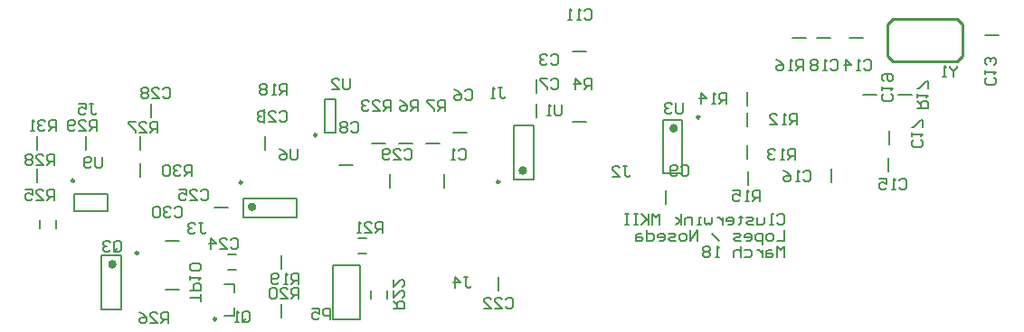
<source format=gbo>
G04 Layer_Color=32896*
%FSLAX25Y25*%
%MOIN*%
G70*
G01*
G75*
%ADD25C,0.00800*%
%ADD39C,0.00984*%
%ADD40C,0.01575*%
%ADD42C,0.00787*%
%ADD43C,0.01000*%
D25*
X169434Y65232D02*
X170101Y65899D01*
X171433D01*
X172100Y65232D01*
Y62566D01*
X171433Y61900D01*
X170101D01*
X169434Y62566D01*
X168101Y61900D02*
X166768D01*
X167435D01*
Y65899D01*
X168101Y65232D01*
X203434Y100232D02*
X204101Y100899D01*
X205434D01*
X206100Y100232D01*
Y97566D01*
X205434Y96900D01*
X204101D01*
X203434Y97566D01*
X202101Y100232D02*
X201435Y100899D01*
X200102D01*
X199435Y100232D01*
Y99566D01*
X200102Y98899D01*
X200768D01*
X200102D01*
X199435Y98233D01*
Y97566D01*
X200102Y96900D01*
X201435D01*
X202101Y97566D01*
X171634Y87032D02*
X172301Y87699D01*
X173634D01*
X174300Y87032D01*
Y84366D01*
X173634Y83700D01*
X172301D01*
X171634Y84366D01*
X167636Y87699D02*
X168968Y87032D01*
X170301Y85699D01*
Y84366D01*
X169635Y83700D01*
X168302D01*
X167636Y84366D01*
Y85033D01*
X168302Y85699D01*
X170301D01*
X203434Y91232D02*
X204101Y91899D01*
X205434D01*
X206100Y91232D01*
Y88566D01*
X205434Y87900D01*
X204101D01*
X203434Y88566D01*
X202101Y91899D02*
X199435D01*
Y91232D01*
X202101Y88566D01*
Y87900D01*
X129634Y75032D02*
X130301Y75699D01*
X131633D01*
X132300Y75032D01*
Y72366D01*
X131633Y71700D01*
X130301D01*
X129634Y72366D01*
X128301Y75032D02*
X127635Y75699D01*
X126302D01*
X125636Y75032D01*
Y74366D01*
X126302Y73699D01*
X125636Y73033D01*
Y72366D01*
X126302Y71700D01*
X127635D01*
X128301Y72366D01*
Y73033D01*
X127635Y73699D01*
X128301Y74366D01*
Y75032D01*
X127635Y73699D02*
X126302D01*
X251334Y59232D02*
X252001Y59899D01*
X253334D01*
X254000Y59232D01*
Y56566D01*
X253334Y55900D01*
X252001D01*
X251334Y56566D01*
X250001D02*
X249335Y55900D01*
X248002D01*
X247336Y56566D01*
Y59232D01*
X248002Y59899D01*
X249335D01*
X250001Y59232D01*
Y58566D01*
X249335Y57899D01*
X247336D01*
X215634Y116932D02*
X216301Y117599D01*
X217634D01*
X218300Y116932D01*
Y114267D01*
X217634Y113600D01*
X216301D01*
X215634Y114267D01*
X214301Y113600D02*
X212968D01*
X213635D01*
Y117599D01*
X214301Y116932D01*
X210969Y113600D02*
X209636D01*
X210303D01*
Y117599D01*
X210969Y116932D01*
X366832Y92166D02*
X367499Y91499D01*
Y90166D01*
X366832Y89500D01*
X364166D01*
X363500Y90166D01*
Y91499D01*
X364166Y92166D01*
X363500Y93499D02*
Y94832D01*
Y94165D01*
X367499D01*
X366832Y93499D01*
Y96831D02*
X367499Y97497D01*
Y98830D01*
X366832Y99497D01*
X366166D01*
X365499Y98830D01*
Y98164D01*
Y98830D01*
X364833Y99497D01*
X364166D01*
X363500Y98830D01*
Y97497D01*
X364166Y96831D01*
X318834Y98332D02*
X319501Y98999D01*
X320834D01*
X321500Y98332D01*
Y95666D01*
X320834Y95000D01*
X319501D01*
X318834Y95666D01*
X317501Y95000D02*
X316168D01*
X316835D01*
Y98999D01*
X317501Y98332D01*
X312170Y95000D02*
Y98999D01*
X314169Y96999D01*
X311503D01*
X331834Y54332D02*
X332501Y54999D01*
X333834D01*
X334500Y54332D01*
Y51666D01*
X333834Y51000D01*
X332501D01*
X331834Y51666D01*
X330501Y51000D02*
X329168D01*
X329835D01*
Y54999D01*
X330501Y54332D01*
X324503Y54999D02*
X327169D01*
Y52999D01*
X325836Y53666D01*
X325170D01*
X324503Y52999D01*
Y51666D01*
X325170Y51000D01*
X326503D01*
X327169Y51666D01*
X296334Y57332D02*
X297001Y57999D01*
X298334D01*
X299000Y57332D01*
Y54666D01*
X298334Y54000D01*
X297001D01*
X296334Y54666D01*
X295001Y54000D02*
X293668D01*
X294335D01*
Y57999D01*
X295001Y57332D01*
X289003Y57999D02*
X290336Y57332D01*
X291669Y55999D01*
Y54666D01*
X291003Y54000D01*
X289670D01*
X289003Y54666D01*
Y55333D01*
X289670Y55999D01*
X291669D01*
X339832Y69166D02*
X340499Y68499D01*
Y67166D01*
X339832Y66500D01*
X337166D01*
X336500Y67166D01*
Y68499D01*
X337166Y69166D01*
X336500Y70499D02*
Y71832D01*
Y71165D01*
X340499D01*
X339832Y70499D01*
X340499Y73831D02*
Y76497D01*
X339832D01*
X337166Y73831D01*
X336500D01*
X306334Y98332D02*
X307001Y98999D01*
X308334D01*
X309000Y98332D01*
Y95666D01*
X308334Y95000D01*
X307001D01*
X306334Y95666D01*
X305001Y95000D02*
X303668D01*
X304335D01*
Y98999D01*
X305001Y98332D01*
X301669D02*
X301003Y98999D01*
X299670D01*
X299003Y98332D01*
Y97666D01*
X299670Y96999D01*
X299003Y96333D01*
Y95666D01*
X299670Y95000D01*
X301003D01*
X301669Y95666D01*
Y96333D01*
X301003Y96999D01*
X301669Y97666D01*
Y98332D01*
X301003Y96999D02*
X299670D01*
X328832Y86166D02*
X329499Y85499D01*
Y84166D01*
X328832Y83500D01*
X326166D01*
X325500Y84166D01*
Y85499D01*
X326166Y86166D01*
X325500Y87499D02*
Y88832D01*
Y88165D01*
X329499D01*
X328832Y87499D01*
X326166Y90831D02*
X325500Y91497D01*
Y92830D01*
X326166Y93497D01*
X328832D01*
X329499Y92830D01*
Y91497D01*
X328832Y90831D01*
X328166D01*
X327499Y91497D01*
Y93497D01*
X186834Y10332D02*
X187501Y10999D01*
X188833D01*
X189500Y10332D01*
Y7666D01*
X188833Y7000D01*
X187501D01*
X186834Y7666D01*
X182835Y7000D02*
X185501D01*
X182835Y9666D01*
Y10332D01*
X183502Y10999D01*
X184835D01*
X185501Y10332D01*
X178837Y7000D02*
X181503D01*
X178837Y9666D01*
Y10332D01*
X179503Y10999D01*
X180836D01*
X181503Y10332D01*
X103434Y79232D02*
X104101Y79899D01*
X105433D01*
X106100Y79232D01*
Y76566D01*
X105433Y75900D01*
X104101D01*
X103434Y76566D01*
X99436Y75900D02*
X102101D01*
X99436Y78566D01*
Y79232D01*
X100102Y79899D01*
X101435D01*
X102101Y79232D01*
X98103D02*
X97436Y79899D01*
X96103D01*
X95437Y79232D01*
Y78566D01*
X96103Y77899D01*
X96770D01*
X96103D01*
X95437Y77233D01*
Y76566D01*
X96103Y75900D01*
X97436D01*
X98103Y76566D01*
X85334Y32332D02*
X86001Y32999D01*
X87334D01*
X88000Y32332D01*
Y29666D01*
X87334Y29000D01*
X86001D01*
X85334Y29666D01*
X81336Y29000D02*
X84001D01*
X81336Y31666D01*
Y32332D01*
X82002Y32999D01*
X83335D01*
X84001Y32332D01*
X78003Y29000D02*
Y32999D01*
X80003Y30999D01*
X77337D01*
X74334Y50332D02*
X75001Y50999D01*
X76334D01*
X77000Y50332D01*
Y47666D01*
X76334Y47000D01*
X75001D01*
X74334Y47666D01*
X70336Y47000D02*
X73001D01*
X70336Y49666D01*
Y50332D01*
X71002Y50999D01*
X72335D01*
X73001Y50332D01*
X66337Y50999D02*
X69003D01*
Y48999D01*
X67670Y49666D01*
X67003D01*
X66337Y48999D01*
Y47666D01*
X67003Y47000D01*
X68336D01*
X69003Y47666D01*
X60334Y87832D02*
X61001Y88499D01*
X62334D01*
X63000Y87832D01*
Y85166D01*
X62334Y84500D01*
X61001D01*
X60334Y85166D01*
X56336Y84500D02*
X59001D01*
X56336Y87166D01*
Y87832D01*
X57002Y88499D01*
X58335D01*
X59001Y87832D01*
X55003D02*
X54336Y88499D01*
X53003D01*
X52337Y87832D01*
Y87166D01*
X53003Y86499D01*
X52337Y85833D01*
Y85166D01*
X53003Y84500D01*
X54336D01*
X55003Y85166D01*
Y85833D01*
X54336Y86499D01*
X55003Y87166D01*
Y87832D01*
X54336Y86499D02*
X53003D01*
X149434Y65232D02*
X150101Y65899D01*
X151434D01*
X152100Y65232D01*
Y62566D01*
X151434Y61900D01*
X150101D01*
X149434Y62566D01*
X145436Y61900D02*
X148101D01*
X145436Y64566D01*
Y65232D01*
X146102Y65899D01*
X147435D01*
X148101Y65232D01*
X144103Y62566D02*
X143436Y61900D01*
X142103D01*
X141437Y62566D01*
Y65232D01*
X142103Y65899D01*
X143436D01*
X144103Y65232D01*
Y64566D01*
X143436Y63899D01*
X141437D01*
X64834Y43832D02*
X65501Y44499D01*
X66834D01*
X67500Y43832D01*
Y41166D01*
X66834Y40500D01*
X65501D01*
X64834Y41166D01*
X63501Y43832D02*
X62835Y44499D01*
X61502D01*
X60835Y43832D01*
Y43166D01*
X61502Y42499D01*
X62168D01*
X61502D01*
X60835Y41833D01*
Y41166D01*
X61502Y40500D01*
X62835D01*
X63501Y41166D01*
X59503Y43832D02*
X58836Y44499D01*
X57503D01*
X56837Y43832D01*
Y41166D01*
X57503Y40500D01*
X58836D01*
X59503Y41166D01*
Y43832D01*
X184134Y88399D02*
X185467D01*
X184801D01*
Y85066D01*
X185467Y84400D01*
X186134D01*
X186800Y85066D01*
X182801Y84400D02*
X181468D01*
X182135D01*
Y88399D01*
X182801Y87732D01*
X230134Y59599D02*
X231467D01*
X230801D01*
Y56266D01*
X231467Y55600D01*
X232134D01*
X232800Y56266D01*
X226135Y55600D02*
X228801D01*
X226135Y58266D01*
Y58932D01*
X226802Y59599D01*
X228135D01*
X228801Y58932D01*
X73834Y38499D02*
X75167D01*
X74501D01*
Y35166D01*
X75167Y34500D01*
X75834D01*
X76500Y35166D01*
X72501Y37832D02*
X71835Y38499D01*
X70502D01*
X69836Y37832D01*
Y37166D01*
X70502Y36499D01*
X71168D01*
X70502D01*
X69836Y35833D01*
Y35166D01*
X70502Y34500D01*
X71835D01*
X72501Y35166D01*
X171334Y18499D02*
X172667D01*
X172001D01*
Y15167D01*
X172667Y14500D01*
X173334D01*
X174000Y15167D01*
X168002Y14500D02*
Y18499D01*
X170001Y16499D01*
X167335D01*
X33334Y82499D02*
X34667D01*
X34001D01*
Y79166D01*
X34667Y78500D01*
X35334D01*
X36000Y79166D01*
X29335Y82499D02*
X32001D01*
Y80499D01*
X30668Y81166D01*
X30002D01*
X29335Y80499D01*
Y79166D01*
X30002Y78500D01*
X31335D01*
X32001Y79166D01*
X122000Y3000D02*
Y6999D01*
X120001D01*
X119334Y6332D01*
Y4999D01*
X120001Y4333D01*
X122000D01*
X115336Y6999D02*
X118001D01*
Y4999D01*
X116668Y5666D01*
X116002D01*
X115336Y4999D01*
Y3666D01*
X116002Y3000D01*
X117335D01*
X118001Y3666D01*
X89834Y2667D02*
Y5332D01*
X90501Y5999D01*
X91834D01*
X92500Y5332D01*
Y2667D01*
X91834Y2000D01*
X90501D01*
X91167Y3333D02*
X89834Y2000D01*
X90501D02*
X89834Y2667D01*
X88501Y2000D02*
X87168D01*
X87835D01*
Y5999D01*
X88501Y5332D01*
X42334Y28666D02*
Y31332D01*
X43001Y31999D01*
X44334D01*
X45000Y31332D01*
Y28666D01*
X44334Y28000D01*
X43001D01*
X43667Y29333D02*
X42334Y28000D01*
X43001D02*
X42334Y28666D01*
X41001Y31332D02*
X40335Y31999D01*
X39002D01*
X38335Y31332D01*
Y30666D01*
X39002Y29999D01*
X39668D01*
X39002D01*
X38335Y29333D01*
Y28666D01*
X39002Y28000D01*
X40335D01*
X41001Y28666D01*
X218300Y87700D02*
Y91699D01*
X216301D01*
X215634Y91032D01*
Y89699D01*
X216301Y89033D01*
X218300D01*
X216967D02*
X215634Y87700D01*
X212302D02*
Y91699D01*
X214301Y89699D01*
X211635D01*
X154300Y79700D02*
Y83699D01*
X152301D01*
X151634Y83032D01*
Y81699D01*
X152301Y81033D01*
X154300D01*
X152967D02*
X151634Y79700D01*
X147635Y83699D02*
X148968Y83032D01*
X150301Y81699D01*
Y80366D01*
X149635Y79700D01*
X148302D01*
X147635Y80366D01*
Y81033D01*
X148302Y81699D01*
X150301D01*
X164300Y79700D02*
Y83699D01*
X162301D01*
X161634Y83032D01*
Y81699D01*
X162301Y81033D01*
X164300D01*
X162967D02*
X161634Y79700D01*
X160301Y83699D02*
X157635D01*
Y83032D01*
X160301Y80366D01*
Y79700D01*
X294000Y75000D02*
Y78999D01*
X292001D01*
X291334Y78332D01*
Y76999D01*
X292001Y76333D01*
X294000D01*
X292667D02*
X291334Y75000D01*
X290001D02*
X288668D01*
X289335D01*
Y78999D01*
X290001Y78332D01*
X284003Y75000D02*
X286669D01*
X284003Y77666D01*
Y78332D01*
X284670Y78999D01*
X286003D01*
X286669Y78332D01*
X293500Y62000D02*
Y65999D01*
X291501D01*
X290834Y65332D01*
Y63999D01*
X291501Y63333D01*
X293500D01*
X292167D02*
X290834Y62000D01*
X289501D02*
X288168D01*
X288835D01*
Y65999D01*
X289501Y65332D01*
X286169D02*
X285503Y65999D01*
X284170D01*
X283503Y65332D01*
Y64666D01*
X284170Y63999D01*
X284836D01*
X284170D01*
X283503Y63333D01*
Y62666D01*
X284170Y62000D01*
X285503D01*
X286169Y62666D01*
X268000Y82500D02*
Y86499D01*
X266001D01*
X265334Y85832D01*
Y84499D01*
X266001Y83833D01*
X268000D01*
X266667D02*
X265334Y82500D01*
X264001D02*
X262668D01*
X263335D01*
Y86499D01*
X264001Y85832D01*
X258670Y82500D02*
Y86499D01*
X260669Y84499D01*
X258003D01*
X280500Y46500D02*
Y50499D01*
X278501D01*
X277834Y49832D01*
Y48499D01*
X278501Y47833D01*
X280500D01*
X279167D02*
X277834Y46500D01*
X276501D02*
X275168D01*
X275835D01*
Y50499D01*
X276501Y49832D01*
X270503Y50499D02*
X273169D01*
Y48499D01*
X271836Y49166D01*
X271170D01*
X270503Y48499D01*
Y47166D01*
X271170Y46500D01*
X272503D01*
X273169Y47166D01*
X296500Y95000D02*
Y98999D01*
X294501D01*
X293834Y98332D01*
Y96999D01*
X294501Y96333D01*
X296500D01*
X295167D02*
X293834Y95000D01*
X292501D02*
X291168D01*
X291835D01*
Y98999D01*
X292501Y98332D01*
X286503Y98999D02*
X287836Y98332D01*
X289169Y96999D01*
Y95666D01*
X288503Y95000D01*
X287170D01*
X286503Y95666D01*
Y96333D01*
X287170Y96999D01*
X289169D01*
X338500Y81000D02*
X342499D01*
Y82999D01*
X341832Y83666D01*
X340499D01*
X339833Y82999D01*
Y81000D01*
Y82333D02*
X338500Y83666D01*
Y84999D02*
Y86332D01*
Y85665D01*
X342499D01*
X341832Y84999D01*
X342499Y88331D02*
Y90997D01*
X341832D01*
X339166Y88331D01*
X338500D01*
X106000Y85900D02*
Y89899D01*
X104001D01*
X103334Y89232D01*
Y87899D01*
X104001Y87233D01*
X106000D01*
X104667D02*
X103334Y85900D01*
X102001D02*
X100668D01*
X101335D01*
Y89899D01*
X102001Y89232D01*
X98669D02*
X98003Y89899D01*
X96670D01*
X96003Y89232D01*
Y88566D01*
X96670Y87899D01*
X96003Y87233D01*
Y86566D01*
X96670Y85900D01*
X98003D01*
X98669Y86566D01*
Y87233D01*
X98003Y87899D01*
X98669Y88566D01*
Y89232D01*
X98003Y87899D02*
X96670D01*
X110500Y16000D02*
Y19999D01*
X108501D01*
X107834Y19332D01*
Y17999D01*
X108501Y17333D01*
X110500D01*
X109167D02*
X107834Y16000D01*
X106501D02*
X105168D01*
X105835D01*
Y19999D01*
X106501Y19332D01*
X103169Y16667D02*
X102503Y16000D01*
X101170D01*
X100503Y16667D01*
Y19332D01*
X101170Y19999D01*
X102503D01*
X103169Y19332D01*
Y18666D01*
X102503Y17999D01*
X100503D01*
X110500Y10500D02*
Y14499D01*
X108501D01*
X107834Y13832D01*
Y12499D01*
X108501Y11833D01*
X110500D01*
X109167D02*
X107834Y10500D01*
X103835D02*
X106501D01*
X103835Y13166D01*
Y13832D01*
X104502Y14499D01*
X105835D01*
X106501Y13832D01*
X102503D02*
X101836Y14499D01*
X100503D01*
X99837Y13832D01*
Y11167D01*
X100503Y10500D01*
X101836D01*
X102503Y11167D01*
Y13832D01*
X141500Y35000D02*
Y38999D01*
X139501D01*
X138834Y38332D01*
Y36999D01*
X139501Y36333D01*
X141500D01*
X140167D02*
X138834Y35000D01*
X134836D02*
X137501D01*
X134836Y37666D01*
Y38332D01*
X135502Y38999D01*
X136835D01*
X137501Y38332D01*
X133503Y35000D02*
X132170D01*
X132836D01*
Y38999D01*
X133503Y38332D01*
X145500Y7000D02*
X149499D01*
Y8999D01*
X148832Y9666D01*
X147499D01*
X146833Y8999D01*
Y7000D01*
Y8333D02*
X145500Y9666D01*
Y13665D02*
Y10999D01*
X148166Y13665D01*
X148832D01*
X149499Y12998D01*
Y11665D01*
X148832Y10999D01*
X145500Y17663D02*
Y14997D01*
X148166Y17663D01*
X148832D01*
X149499Y16997D01*
Y15664D01*
X148832Y14997D01*
X144300Y79700D02*
Y83699D01*
X142301D01*
X141634Y83032D01*
Y81699D01*
X142301Y81033D01*
X144300D01*
X142967D02*
X141634Y79700D01*
X137636D02*
X140301D01*
X137636Y82366D01*
Y83032D01*
X138302Y83699D01*
X139635D01*
X140301Y83032D01*
X136303D02*
X135636Y83699D01*
X134303D01*
X133637Y83032D01*
Y82366D01*
X134303Y81699D01*
X134970D01*
X134303D01*
X133637Y81033D01*
Y80366D01*
X134303Y79700D01*
X135636D01*
X136303Y80366D01*
X20500Y47000D02*
Y50999D01*
X18501D01*
X17834Y50332D01*
Y48999D01*
X18501Y48333D01*
X20500D01*
X19167D02*
X17834Y47000D01*
X13836D02*
X16501D01*
X13836Y49666D01*
Y50332D01*
X14502Y50999D01*
X15835D01*
X16501Y50332D01*
X9837Y50999D02*
X12503D01*
Y48999D01*
X11170Y49666D01*
X10503D01*
X9837Y48999D01*
Y47666D01*
X10503Y47000D01*
X11836D01*
X12503Y47666D01*
X62500Y1500D02*
Y5499D01*
X60501D01*
X59834Y4832D01*
Y3499D01*
X60501Y2833D01*
X62500D01*
X61167D02*
X59834Y1500D01*
X55835D02*
X58501D01*
X55835Y4166D01*
Y4832D01*
X56502Y5499D01*
X57835D01*
X58501Y4832D01*
X51837Y5499D02*
X53170Y4832D01*
X54503Y3499D01*
Y2166D01*
X53836Y1500D01*
X52503D01*
X51837Y2166D01*
Y2833D01*
X52503Y3499D01*
X54503D01*
X58500Y72000D02*
Y75999D01*
X56501D01*
X55834Y75332D01*
Y73999D01*
X56501Y73333D01*
X58500D01*
X57167D02*
X55834Y72000D01*
X51836D02*
X54501D01*
X51836Y74666D01*
Y75332D01*
X52502Y75999D01*
X53835D01*
X54501Y75332D01*
X50503Y75999D02*
X47837D01*
Y75332D01*
X50503Y72666D01*
Y72000D01*
X20500Y60000D02*
Y63999D01*
X18501D01*
X17834Y63332D01*
Y61999D01*
X18501Y61333D01*
X20500D01*
X19167D02*
X17834Y60000D01*
X13836D02*
X16501D01*
X13836Y62666D01*
Y63332D01*
X14502Y63999D01*
X15835D01*
X16501Y63332D01*
X12503D02*
X11836Y63999D01*
X10503D01*
X9837Y63332D01*
Y62666D01*
X10503Y61999D01*
X9837Y61333D01*
Y60666D01*
X10503Y60000D01*
X11836D01*
X12503Y60666D01*
Y61333D01*
X11836Y61999D01*
X12503Y62666D01*
Y63332D01*
X11836Y61999D02*
X10503D01*
X36000Y72500D02*
Y76499D01*
X34001D01*
X33334Y75832D01*
Y74499D01*
X34001Y73833D01*
X36000D01*
X34667D02*
X33334Y72500D01*
X29335D02*
X32001D01*
X29335Y75166D01*
Y75832D01*
X30002Y76499D01*
X31335D01*
X32001Y75832D01*
X28003Y73166D02*
X27336Y72500D01*
X26003D01*
X25337Y73166D01*
Y75832D01*
X26003Y76499D01*
X27336D01*
X28003Y75832D01*
Y75166D01*
X27336Y74499D01*
X25337D01*
X71000Y56000D02*
Y59999D01*
X69001D01*
X68334Y59332D01*
Y57999D01*
X69001Y57333D01*
X71000D01*
X69667D02*
X68334Y56000D01*
X67001Y59332D02*
X66335Y59999D01*
X65002D01*
X64336Y59332D01*
Y58666D01*
X65002Y57999D01*
X65668D01*
X65002D01*
X64336Y57333D01*
Y56666D01*
X65002Y56000D01*
X66335D01*
X67001Y56666D01*
X63003Y59332D02*
X62336Y59999D01*
X61003D01*
X60337Y59332D01*
Y56666D01*
X61003Y56000D01*
X62336D01*
X63003Y56666D01*
Y59332D01*
X21000Y72500D02*
Y76499D01*
X19001D01*
X18334Y75832D01*
Y74499D01*
X19001Y73833D01*
X21000D01*
X19667D02*
X18334Y72500D01*
X17001Y75832D02*
X16335Y76499D01*
X15002D01*
X14335Y75832D01*
Y75166D01*
X15002Y74499D01*
X15668D01*
X15002D01*
X14335Y73833D01*
Y73166D01*
X15002Y72500D01*
X16335D01*
X17001Y73166D01*
X13003Y72500D02*
X11670D01*
X12336D01*
Y76499D01*
X13003Y75832D01*
X74499Y9500D02*
Y12166D01*
Y10833D01*
X70500D01*
Y13499D02*
X74499D01*
Y15498D01*
X73832Y16164D01*
X72499D01*
X71833Y15498D01*
Y13499D01*
X70500Y17497D02*
Y18830D01*
Y18164D01*
X74499D01*
X73832Y17497D01*
Y20830D02*
X74499Y21496D01*
Y22829D01*
X73832Y23495D01*
X71166D01*
X70500Y22829D01*
Y21496D01*
X71166Y20830D01*
X73832D01*
X207500Y82199D02*
Y78866D01*
X206834Y78200D01*
X205501D01*
X204834Y78866D01*
Y82199D01*
X203501Y78200D02*
X202168D01*
X202835D01*
Y82199D01*
X203501Y81532D01*
X129600Y91999D02*
Y88666D01*
X128934Y88000D01*
X127601D01*
X126934Y88666D01*
Y91999D01*
X122935Y88000D02*
X125601D01*
X122935Y90666D01*
Y91332D01*
X123602Y91999D01*
X124935D01*
X125601Y91332D01*
X252000Y82999D02*
Y79666D01*
X251334Y79000D01*
X250001D01*
X249334Y79666D01*
Y82999D01*
X248001Y82332D02*
X247335Y82999D01*
X246002D01*
X245336Y82332D01*
Y81666D01*
X246002Y80999D01*
X246668D01*
X246002D01*
X245336Y80333D01*
Y79666D01*
X246002Y79000D01*
X247335D01*
X248001Y79666D01*
X110100Y65699D02*
Y62366D01*
X109433Y61700D01*
X108101D01*
X107434Y62366D01*
Y65699D01*
X103436D02*
X104768Y65032D01*
X106101Y63699D01*
Y62366D01*
X105435Y61700D01*
X104102D01*
X103436Y62366D01*
Y63033D01*
X104102Y63699D01*
X106101D01*
X38000Y62999D02*
Y59666D01*
X37334Y59000D01*
X36001D01*
X35334Y59666D01*
Y62999D01*
X34001Y59666D02*
X33335Y59000D01*
X32002D01*
X31335Y59666D01*
Y62332D01*
X32002Y62999D01*
X33335D01*
X34001Y62332D01*
Y61666D01*
X33335Y60999D01*
X31335D01*
X353223Y96657D02*
Y95991D01*
X351891Y94658D01*
X350558Y95991D01*
Y96657D01*
X351891Y94658D02*
Y92658D01*
X349225D02*
X347892D01*
X348558D01*
Y96657D01*
X349225Y95991D01*
X286834Y41332D02*
X287501Y41999D01*
X288834D01*
X289500Y41332D01*
Y38666D01*
X288834Y38000D01*
X287501D01*
X286834Y38666D01*
X285501Y38000D02*
X284168D01*
X284835D01*
Y41999D01*
X285501D01*
X282169Y40666D02*
Y38666D01*
X281503Y38000D01*
X279503D01*
Y40666D01*
X278170Y38000D02*
X276171D01*
X275504Y38666D01*
X276171Y39333D01*
X277504D01*
X278170Y39999D01*
X277504Y40666D01*
X275504D01*
X273505Y41332D02*
Y40666D01*
X274172D01*
X272839D01*
X273505D01*
Y38666D01*
X272839Y38000D01*
X268840D02*
X270173D01*
X270839Y38666D01*
Y39999D01*
X270173Y40666D01*
X268840D01*
X268174Y39999D01*
Y39333D01*
X270839D01*
X266841Y40666D02*
Y38000D01*
Y39333D01*
X266174Y39999D01*
X265508Y40666D01*
X264841D01*
X262842D02*
Y38666D01*
X262175Y38000D01*
X261509Y38666D01*
X260843Y38000D01*
X260176Y38666D01*
Y40666D01*
X258843Y38000D02*
X257510D01*
X258177D01*
Y40666D01*
X258843D01*
X255511Y38000D02*
Y40666D01*
X253512D01*
X252845Y39999D01*
Y38000D01*
X251512D02*
Y41999D01*
Y39333D02*
X249513Y40666D01*
X251512Y39333D02*
X249513Y38000D01*
X243515D02*
Y41999D01*
X242182Y40666D01*
X240849Y41999D01*
Y38000D01*
X239516Y41999D02*
Y38000D01*
Y39333D01*
X236850Y41999D01*
X238850Y39999D01*
X236850Y38000D01*
X235517Y41999D02*
X234185D01*
X234851D01*
Y38000D01*
X235517D01*
X234185D01*
X232185Y41999D02*
X230852D01*
X231519D01*
Y38000D01*
X232185D01*
X230852D01*
X289500Y35999D02*
Y32000D01*
X286834D01*
X284835D02*
X283502D01*
X282836Y32666D01*
Y33999D01*
X283502Y34666D01*
X284835D01*
X285501Y33999D01*
Y32666D01*
X284835Y32000D01*
X281503Y30667D02*
Y34666D01*
X279503D01*
X278837Y33999D01*
Y32666D01*
X279503Y32000D01*
X281503D01*
X275504D02*
X276837D01*
X277504Y32666D01*
Y33999D01*
X276837Y34666D01*
X275504D01*
X274838Y33999D01*
Y33333D01*
X277504D01*
X273505Y32000D02*
X271506D01*
X270839Y32666D01*
X271506Y33333D01*
X272839D01*
X273505Y33999D01*
X272839Y34666D01*
X270839D01*
X265508Y32000D02*
X262842Y34666D01*
X257510Y32000D02*
Y35999D01*
X254844Y32000D01*
Y35999D01*
X252845Y32000D02*
X251512D01*
X250846Y32666D01*
Y33999D01*
X251512Y34666D01*
X252845D01*
X253512Y33999D01*
Y32666D01*
X252845Y32000D01*
X249513D02*
X247514D01*
X246847Y32666D01*
X247514Y33333D01*
X248847D01*
X249513Y33999D01*
X248847Y34666D01*
X246847D01*
X243515Y32000D02*
X244848D01*
X245514Y32666D01*
Y33999D01*
X244848Y34666D01*
X243515D01*
X242848Y33999D01*
Y33333D01*
X245514D01*
X238850Y35999D02*
Y32000D01*
X240849D01*
X241515Y32666D01*
Y33999D01*
X240849Y34666D01*
X238850D01*
X236850D02*
X235517D01*
X234851Y33999D01*
Y32000D01*
X236850D01*
X237517Y32666D01*
X236850Y33333D01*
X234851D01*
X289500Y26000D02*
Y29999D01*
X288167Y28666D01*
X286834Y29999D01*
Y26000D01*
X284835Y28666D02*
X283502D01*
X282836Y27999D01*
Y26000D01*
X284835D01*
X285501Y26666D01*
X284835Y27333D01*
X282836D01*
X281503Y28666D02*
Y26000D01*
Y27333D01*
X280836Y27999D01*
X280170Y28666D01*
X279503D01*
X274838D02*
X276837D01*
X277504Y27999D01*
Y26666D01*
X276837Y26000D01*
X274838D01*
X273505Y29999D02*
Y26000D01*
Y27999D01*
X272839Y28666D01*
X271506D01*
X270839Y27999D01*
Y26000D01*
X265508D02*
X264175D01*
X264841D01*
Y29999D01*
X265508Y29332D01*
X262175D02*
X261509Y29999D01*
X260176D01*
X259510Y29332D01*
Y28666D01*
X260176Y27999D01*
X259510Y27333D01*
Y26666D01*
X260176Y26000D01*
X261509D01*
X262175Y26666D01*
Y27333D01*
X261509Y27999D01*
X262175Y28666D01*
Y29332D01*
X261509Y27999D02*
X260176D01*
D39*
X184492Y53654D02*
G03*
X184492Y53654I-492J0D01*
G01*
X117079Y70913D02*
G03*
X117079Y70913I-492J0D01*
G01*
X89646Y53449D02*
G03*
X89646Y53449I-492J0D01*
G01*
X258224Y77587D02*
G03*
X258224Y77587I-492J0D01*
G01*
X80063Y2913D02*
G03*
X80063Y2913I-492J0D01*
G01*
X51390Y27347D02*
G03*
X51390Y27347I-492J0D01*
G01*
X27799Y54071D02*
G03*
X27799Y54071I-492J0D01*
G01*
D40*
X193842Y57807D02*
G03*
X193842Y57807I-787J0D01*
G01*
X94095Y44394D02*
G03*
X94095Y44394I-787J0D01*
G01*
X249465Y73433D02*
G03*
X249465Y73433I-787J0D01*
G01*
X42630Y23193D02*
G03*
X42630Y23193I-787J0D01*
G01*
D42*
X164063Y51441D02*
Y56559D01*
X198000Y86441D02*
Y91559D01*
X167441Y72000D02*
X172559D01*
X198000Y77441D02*
Y82559D01*
X125441Y60000D02*
X130559D01*
X245937Y45441D02*
Y50559D01*
X211441Y101937D02*
X216559D01*
X98000Y65441D02*
Y70559D01*
X144000Y51441D02*
Y56559D01*
X211441Y76000D02*
X216559D01*
X147441Y68000D02*
X152559D01*
X157441D02*
X162559D01*
X97937Y75441D02*
Y80559D01*
X137441Y68000D02*
X142559D01*
X189906Y74343D02*
X196992D01*
X189906Y54658D02*
Y74343D01*
X196992Y54658D02*
Y74343D01*
X189906Y54658D02*
X196992D01*
X120031Y84102D02*
X123969D01*
X120031Y71898D02*
Y84102D01*
X123969Y71898D02*
Y84102D01*
X120031Y71898D02*
X123969D01*
X109843Y40457D02*
Y47543D01*
X90158D02*
X109843D01*
X90158Y40457D02*
X109843D01*
X90158D02*
Y47543D01*
X363441Y108000D02*
X368559D01*
X331441Y86000D02*
X336559D01*
X318441D02*
X323559D01*
X313441Y107000D02*
X318559D01*
X301441D02*
X306559D01*
X292441D02*
X297559D01*
X328000Y67441D02*
Y72559D01*
X327937Y57441D02*
Y62559D01*
X306937Y53441D02*
Y58559D01*
X275842Y81866D02*
Y86984D01*
X244740Y56898D02*
X251827D01*
Y76583D01*
X244740Y56898D02*
Y76583D01*
X251827D01*
X275705Y74130D02*
Y79248D01*
X275842Y62118D02*
Y67236D01*
X276000Y52441D02*
Y57559D01*
X184063Y13441D02*
Y18559D01*
X132425Y27047D02*
X135575D01*
X132425Y32953D02*
X135575D01*
X142953Y10425D02*
Y13575D01*
X137047Y10425D02*
Y13575D01*
X123000Y3000D02*
Y23000D01*
Y3000D02*
X133000D01*
Y23000D01*
X123000D02*
X133000D01*
X104000Y3441D02*
Y8559D01*
Y21441D02*
Y26559D01*
X86756Y4095D02*
Y7244D01*
X83213Y4095D02*
X86756D01*
Y12756D02*
Y15905D01*
X83213D02*
X86756D01*
X84425Y21047D02*
X87575D01*
X84425Y26953D02*
X87575D01*
X61441Y14000D02*
X66559D01*
X61441Y32000D02*
X66559D01*
X37905Y6657D02*
X44992D01*
Y26342D01*
X37905Y6657D02*
Y26342D01*
X44992D01*
X79441Y44063D02*
X84559D01*
X52063Y55441D02*
Y60559D01*
X40102Y42850D02*
Y49150D01*
X27898D02*
X40102D01*
X27898Y42850D02*
X40102D01*
X27898D02*
Y49150D01*
X32063Y65441D02*
Y70559D01*
X52000Y65441D02*
Y70559D01*
X56000Y77441D02*
Y82559D01*
X14000Y65441D02*
Y70559D01*
Y53441D02*
Y58559D01*
X20953Y36425D02*
Y39575D01*
X15047Y36425D02*
Y39575D01*
D43*
X327394Y111905D02*
X329363Y113873D01*
X352985D01*
X327394Y100094D02*
Y111905D01*
Y100094D02*
X329363Y98125D01*
X352985Y113873D02*
X354953Y111905D01*
Y100094D02*
Y111905D01*
X329363Y98125D02*
X352985D01*
X354953Y100094D01*
M02*

</source>
